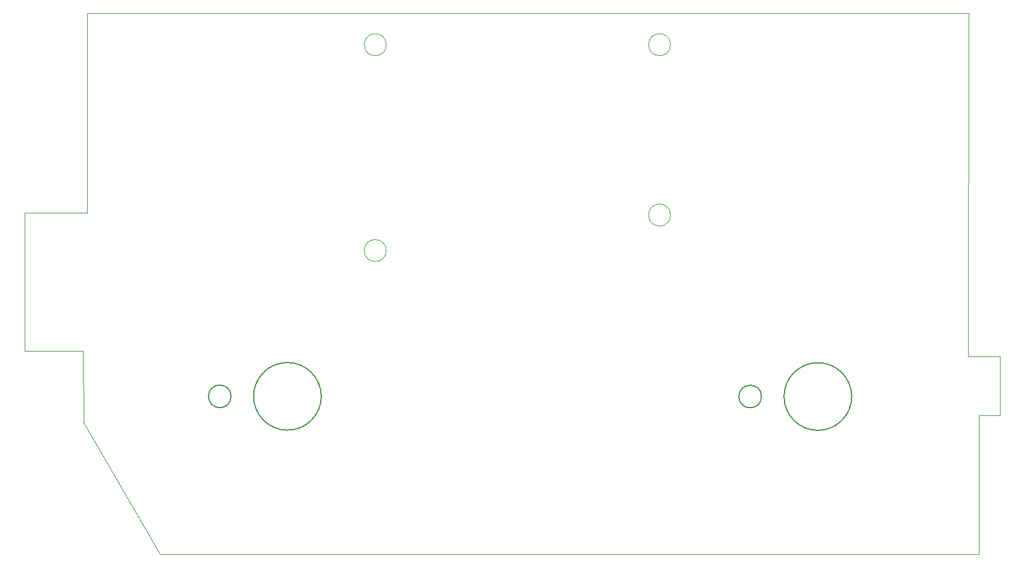
<source format=gbr>
%TF.GenerationSoftware,KiCad,Pcbnew,(6.0.9)*%
%TF.CreationDate,2023-04-01T15:36:49-08:00*%
%TF.ProjectId,SNSR PANEL,534e5352-2050-4414-9e45-4c2e6b696361,3*%
%TF.SameCoordinates,Original*%
%TF.FileFunction,Profile,NP*%
%FSLAX46Y46*%
G04 Gerber Fmt 4.6, Leading zero omitted, Abs format (unit mm)*
G04 Created by KiCad (PCBNEW (6.0.9)) date 2023-04-01 15:36:49*
%MOMM*%
%LPD*%
G01*
G04 APERTURE LIST*
%TA.AperFunction,Profile*%
%ADD10C,0.050000*%
%TD*%
%TA.AperFunction,Profile*%
%ADD11C,0.200000*%
%TD*%
G04 APERTURE END LIST*
D10*
X171550000Y-54000000D02*
G75*
G03*
X171550000Y-54000000I-1550000J0D01*
G01*
D11*
X109695758Y-103532402D02*
G75*
G03*
X109695758Y-103532402I-1587499J0D01*
G01*
X122395759Y-103532402D02*
G75*
G03*
X122395759Y-103532402I-4762500J0D01*
G01*
D10*
X88925400Y-107238800D02*
X88900000Y-97180400D01*
X131550000Y-54000000D02*
G75*
G03*
X131550000Y-54000000I-1550000J0D01*
G01*
X214960200Y-125782402D02*
X99720400Y-125755400D01*
X214960200Y-125782402D02*
X214934800Y-106172000D01*
X217875000Y-106172000D02*
X217875000Y-97917000D01*
X213385400Y-97917000D02*
X213461600Y-49606200D01*
X89484200Y-77698600D02*
X89484200Y-49606200D01*
X217875000Y-97917000D02*
X213385400Y-97917000D01*
X99720400Y-125755400D02*
X88925400Y-107238800D01*
X89484200Y-49606200D02*
X213461600Y-49606200D01*
D11*
X197045759Y-103557402D02*
G75*
G03*
X197045759Y-103557402I-4762500J0D01*
G01*
D10*
X131550000Y-83000000D02*
G75*
G03*
X131550000Y-83000000I-1550000J0D01*
G01*
D11*
X184345758Y-103557402D02*
G75*
G03*
X184345758Y-103557402I-1587499J0D01*
G01*
D10*
X80645000Y-77673200D02*
X89484200Y-77698600D01*
X171550000Y-78000000D02*
G75*
G03*
X171550000Y-78000000I-1550000J0D01*
G01*
X214934800Y-106172000D02*
X217875000Y-106172000D01*
X88900000Y-97180400D02*
X80645000Y-97180400D01*
X80645000Y-97180400D02*
X80645000Y-77673200D01*
M02*

</source>
